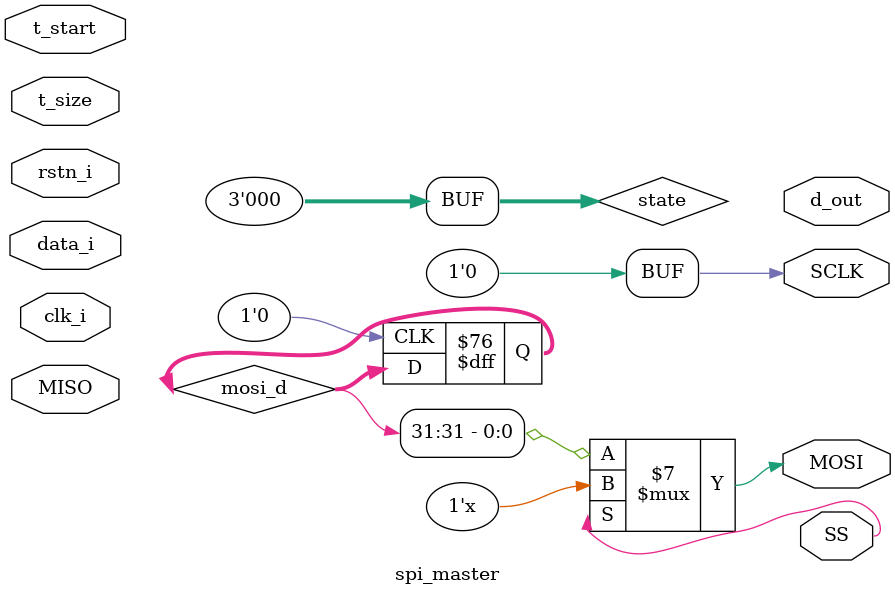
<source format=sv>
`timescale 1ns / 1ps

module spi_master
#(
    parameter sreg_width = 32,
    parameter counter_width = $clog2(sreg_width),
    parameter reset = 0, idle = 1, load = 2, transact = 3, unload = 4
)
(
    //  Controller side
    input   logic                       rstn_i,
    input   logic                       clk_i,
    input   logic                       t_start, 
    input   logic   [sreg_width-1:0]    data_i,
    input   logic   [counter_width:0]   t_size,
    output  logic   [sreg_width-1:0]    d_out,
    //  SPI Side
    input   logic                       MISO,       //Master Input Slave Output
    output  logic                       MOSI,       //Master Output Slave Input
    output  logic                       SCLK,       
    output  logic                       SS          //Slave Select
);

logic [sreg_width-1:0] mosi_d;
logic [sreg_width-1:0] miso_d;
logic [counter_width:0] count;
logic [2:0] state;

always @(state) begin
    case (state)
        reset: begin
            d_out <= 0;
            miso_d <= 0;
            mosi_d <= 0;
            count <= 0;
            SS <= 1;
        end
        idle: begin
            d_out <= d_out;
            miso_d <= 0;
            mosi_d <= 0;
            count <= 0;
            SS <= 1;
        end
        load: begin
            d_out <= d_out;
            miso_d <= 0;
            mosi_d <= data_i;
            count <= t_size;
            SS <= 0;
        end
        transact: begin
            SS <= 0;
        end
        unload: begin
            d_out <= miso_d;
            miso_d <= 0;
            mosi_d <= 0;
            count <= count;
            SS <= 0;
        end
        default: state = reset;
    endcase
end
//FSM
always @(posedge clk_i) begin
    if (!rstn_i)
        state = reset;
    else
        case (state)
            reset:
                state = idle;
            idle:
                if (t_start)
                    state = load;
            load:
                if (count != 0)
                    state = transact;
                else
                    state = reset;
            transact:
                if (count != 0)
                    state = transact;
                else
                    state = unload;
            unload:
                if (t_start)
                    state = load;
                else
                    state = idle;
        endcase
end

assign MOSI = ( ~SS ) ? mosi_d[sreg_width-1] : 1'bz;
assign SCLK = ( state == transact ) ? clk_i : 1'b0;

always @(posedge SCLK) begin
    if ( state == transact )
        miso_d <= {miso_d[sreg_width-2:0], MISO};
end

always @(negedge SCLK) begin
    if ( state == transact ) begin
        mosi_d <= {mosi_d[sreg_width-2:0], 1'b0};
        count <= count-1;
    end
end

endmodule

</source>
